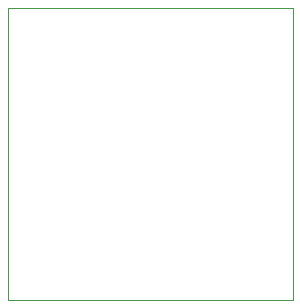
<source format=gbr>
%TF.GenerationSoftware,KiCad,Pcbnew,7.0.1*%
%TF.CreationDate,2023-04-09T02:19:27+02:00*%
%TF.ProjectId,PCB_hello_world,5043425f-6865-46c6-9c6f-5f776f726c64,rev?*%
%TF.SameCoordinates,Original*%
%TF.FileFunction,Profile,NP*%
%FSLAX46Y46*%
G04 Gerber Fmt 4.6, Leading zero omitted, Abs format (unit mm)*
G04 Created by KiCad (PCBNEW 7.0.1) date 2023-04-09 02:19:27*
%MOMM*%
%LPD*%
G01*
G04 APERTURE LIST*
%TA.AperFunction,Profile*%
%ADD10C,0.100000*%
%TD*%
G04 APERTURE END LIST*
D10*
X135255000Y-100965000D02*
X159385000Y-100965000D01*
X159385000Y-125730000D01*
X135255000Y-125730000D01*
X135255000Y-100965000D01*
M02*

</source>
